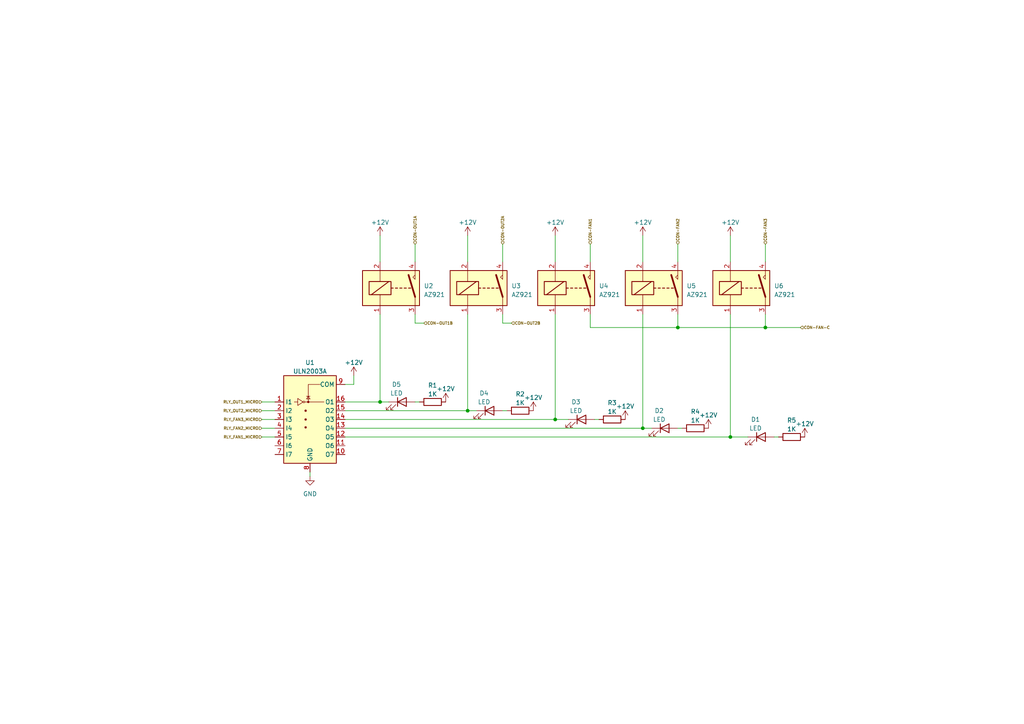
<source format=kicad_sch>
(kicad_sch (version 20230121) (generator eeschema)
  (paper "A4")
  (lib_symbols
    (symbol "Device:LED" (pin_numbers hide) (pin_names (offset 1.016) hide)
      (property "Reference" "D" (at 0 2.54 0))
      (property "Value" "LED" (at 0 -2.54 0))
      (symbol "LED_0_1"
        (polyline (pts (xy -1.27 -1.27) (xy -1.27 1.27)) (stroke (width 0.254)))
        (polyline (pts (xy -1.27 0) (xy 1.27 0)))
        (polyline (pts (xy 1.27 -1.27) (xy 1.27 1.27) (xy -1.27 0) (xy 1.27 -1.27)) (stroke (width 0.254)))
        (polyline (pts (xy -3.048 -0.762) (xy -4.572 -2.286) (xy -3.81 -2.286) (xy -4.572 -2.286) (xy -4.572 -1.524)))
        (polyline (pts (xy -1.778 -0.762) (xy -3.302 -2.286) (xy -2.54 -2.286) (xy -3.302 -2.286) (xy -3.302 -1.524)))
      )
      (symbol "LED_1_1"
        (pin passive line (at -3.81 0 0) (length 2.54) (name "K") (number "1"))
        (pin passive line (at 3.81 0 180) (length 2.54) (name "A") (number "2"))
      )
    )
    (symbol "Device:R" (pin_numbers hide) (pin_names (offset 0))
      (property "Reference" "R" (at 2.032 0 90))
      (property "Value" "R" (at 0 0 90))
      (symbol "R_0_1"
        (rectangle (start -1.016 -2.54) (end 1.016 2.54) (stroke (width 0.254)))
      )
      (symbol "R_1_1"
        (pin passive line (at 0 3.81 270) (length 1.27) (name "~") (number "1"))
        (pin passive line (at 0 -3.81 90) (length 1.27) (name "~") (number "2"))
      )
    )
    (symbol "Transistor_Array:ULN2003A"
      (property "Reference" "U" (at 0 15.875 0))
      (property "Value" "ULN2003A" (at 0 13.97 0))
      (symbol "ULN2003A_0_1"
        (rectangle (start -7.62 -12.7) (end 7.62 12.7) (stroke (width 0.254)) (fill (type background)))
        (circle (center -1.778 5.08) (radius 0.254))
        (circle (center -1.27 -2.286) (radius 0.254) (fill (type outline)))
        (circle (center -1.27 0) (radius 0.254) (fill (type outline)))
        (circle (center -1.27 2.54) (radius 0.254) (fill (type outline)))
        (circle (center -0.508 5.08) (radius 0.254) (fill (type outline)))
        (polyline (pts (xy -4.572 5.08) (xy -3.556 5.08)))
        (polyline (pts (xy -1.524 5.08) (xy 4.064 5.08)))
        (polyline (pts (xy 0 6.731) (xy -1.016 6.731)))
        (polyline (pts (xy -0.508 5.08) (xy -0.508 10.16) (xy 2.921 10.16)))
        (polyline (pts (xy -3.556 6.096) (xy -3.556 4.064) (xy -2.032 5.08) (xy -3.556 6.096)))
        (polyline (pts (xy 0 5.969) (xy -1.016 5.969) (xy -0.508 6.731) (xy 0 5.969)))
      )
      (symbol "ULN2003A_1_1"
        (pin input line (at -10.16 5.08 0) (length 2.54) (name "I1") (number "1"))
        (pin open_collector line (at 10.16 -10.16 180) (length 2.54) (name "O7") (number "10"))
        (pin open_collector line (at 10.16 -7.62 180) (length 2.54) (name "O6") (number "11"))
        (pin open_collector line (at 10.16 -5.08 180) (length 2.54) (name "O5") (number "12"))
        (pin open_collector line (at 10.16 -2.54 180) (length 2.54) (name "O4") (number "13"))
        (pin open_collector line (at 10.16 0 180) (length 2.54) (name "O3") (number "14"))
        (pin open_collector line (at 10.16 2.54 180) (length 2.54) (name "O2") (number "15"))
        (pin open_collector line (at 10.16 5.08 180) (length 2.54) (name "O1") (number "16"))
        (pin input line (at -10.16 2.54 0) (length 2.54) (name "I2") (number "2"))
        (pin input line (at -10.16 0 0) (length 2.54) (name "I3") (number "3"))
        (pin input line (at -10.16 -2.54 0) (length 2.54) (name "I4") (number "4"))
        (pin input line (at -10.16 -5.08 0) (length 2.54) (name "I5") (number "5"))
        (pin input line (at -10.16 -7.62 0) (length 2.54) (name "I6") (number "6"))
        (pin input line (at -10.16 -10.16 0) (length 2.54) (name "I7") (number "7"))
        (pin power_in line (at 0 -15.24 90) (length 2.54) (name "GND") (number "8"))
        (pin passive line (at 10.16 10.16 180) (length 2.54) (name "COM") (number "9"))
      )
    )
    (symbol "nuevos simvolos:AZ921"
      (property "Reference" "U" (at -12.7 1.27 0))
      (property "Value" "AZ921" (at -12.7 -1.27 0))
      (symbol "AZ921_0_0"
        (polyline (pts (xy 6.35 5.08) (xy 6.35 2.54) (xy 5.715 3.175) (xy 6.35 3.81)))
      )
      (symbol "AZ921_0_1"
        (rectangle (start -8.89 5.08) (end 7.62 -5.08) (stroke (width 0.254)) (fill (type background)))
        (rectangle (start -6.985 1.905) (end -0.635 -1.905) (stroke (width 0.254)))
        (polyline (pts (xy -6.35 -1.905) (xy -1.27 1.905)) (stroke (width 0.254)))
        (polyline (pts (xy -3.81 -5.08) (xy -3.81 -1.905)))
        (polyline (pts (xy -3.81 5.08) (xy -3.81 1.905)))
        (polyline (pts (xy -0.635 0) (xy 0 0)) (stroke (width 0.254)))
        (polyline (pts (xy 0.635 0) (xy 1.27 0)) (stroke (width 0.254)))
        (polyline (pts (xy 1.905 0) (xy 2.54 0)) (stroke (width 0.254)))
        (polyline (pts (xy 3.175 0) (xy 3.81 0)) (stroke (width 0.254)))
        (polyline (pts (xy 4.445 0) (xy 5.08 0)) (stroke (width 0.254)))
        (polyline (pts (xy 6.35 -2.54) (xy 4.445 3.81)) (stroke (width 0.508)))
        (polyline (pts (xy 6.35 -2.54) (xy 6.35 -5.08)))
      )
      (symbol "AZ921_1_1"
        (pin passive line (at -3.81 -7.62 90) (length 2.54) (name "~") (number "1"))
        (pin passive line (at -3.81 7.62 270) (length 2.54) (name "~") (number "2"))
        (pin passive line (at 6.35 -7.62 90) (length 2.54) (name "~") (number "3"))
        (pin passive line (at 6.35 7.62 270) (length 2.54) (name "~") (number "4"))
      )
    )
    (symbol "power:+12V" (power) (pin_names (offset 0))
      (property "Value" "+12V" (at 0 3.556 0))
      (symbol "+12V_0_1"
        (polyline (pts (xy -0.762 1.27) (xy 0 2.54)))
        (polyline (pts (xy 0 0) (xy 0 2.54)))
        (polyline (pts (xy 0 2.54) (xy 0.762 1.27)))
      )
      (symbol "+12V_1_1"
        (pin power_in line (at 0 0 90) (length 0) hide (name "+12V") (number "1"))
      )
    )
    (symbol "power:GND" (power) (pin_names (offset 0))
      (property "Value" "GND" (at 0 -3.81 0))
      (symbol "GND_0_1"
        (polyline (pts (xy 0 0) (xy 0 -1.27) (xy 1.27 -1.27) (xy 0 -2.54) (xy -1.27 -1.27) (xy 0 -1.27)))
      )
      (symbol "GND_1_1"
        (pin power_in line (at 0 0 270) (length 0) hide (name "GND") (number "1"))
      )
    )
  )
  (junction (at 161.036 121.666))
  (junction (at 135.636 119.126))
  (junction (at 221.996 94.996))
  (junction (at 196.596 94.996))
  (junction (at 211.836 126.746))
  (junction (at 110.236 116.586))
  (junction (at 186.436 124.206))
  (wire (pts (xy 186.436 124.206) (xy 188.976 124.206)))
  (wire (pts (xy 100.076 124.206) (xy 186.436 124.206)))
  (wire (pts (xy 102.616 111.506) (xy 100.076 111.506)))
  (wire (pts (xy 171.196 94.996) (xy 196.596 94.996)))
  (wire (pts (xy 221.996 91.186) (xy 221.996 94.996)))
  (wire (pts (xy 120.396 70.866) (xy 120.396 75.946)))
  (wire (pts (xy 110.236 116.586) (xy 112.776 116.586)))
  (wire (pts (xy 171.196 91.186) (xy 171.196 94.996)))
  (wire (pts (xy 100.076 121.666) (xy 161.036 121.666)))
  (wire (pts (xy 75.946 126.746) (xy 79.756 126.746)))
  (wire (pts (xy 196.596 70.866) (xy 196.596 75.946)))
  (wire (pts (xy 89.916 138.176) (xy 89.916 136.906)))
  (wire (pts (xy 75.946 119.126) (xy 79.756 119.126)))
  (wire (pts (xy 102.616 108.966) (xy 102.616 111.506)))
  (wire (pts (xy 196.596 94.996) (xy 221.996 94.996)))
  (wire (pts (xy 110.236 68.326) (xy 110.236 75.946)))
  (wire (pts (xy 196.596 91.186) (xy 196.596 94.996)))
  (wire (pts (xy 145.796 93.726) (xy 148.336 93.726)))
  (wire (pts (xy 75.946 121.666) (xy 79.756 121.666)))
  (wire (pts (xy 186.436 91.186) (xy 186.436 124.206)))
  (wire (pts (xy 100.076 119.126) (xy 135.636 119.126)))
  (wire (pts (xy 75.946 116.586) (xy 79.756 116.586)))
  (wire (pts (xy 197.866 124.206) (xy 196.596 124.206)))
  (wire (pts (xy 120.396 93.726) (xy 122.936 93.726)))
  (wire (pts (xy 135.636 68.326) (xy 135.636 75.946)))
  (wire (pts (xy 145.796 70.866) (xy 145.796 75.946)))
  (wire (pts (xy 147.066 119.126) (xy 145.796 119.126)))
  (wire (pts (xy 110.236 91.186) (xy 110.236 116.586)))
  (wire (pts (xy 211.836 68.326) (xy 211.836 75.946)))
  (wire (pts (xy 211.836 126.746) (xy 216.916 126.746)))
  (wire (pts (xy 221.996 94.996) (xy 232.156 94.996)))
  (wire (pts (xy 100.076 126.746) (xy 211.836 126.746)))
  (wire (pts (xy 121.666 116.586) (xy 120.396 116.586)))
  (wire (pts (xy 161.036 121.666) (xy 164.846 121.666)))
  (wire (pts (xy 221.996 70.866) (xy 221.996 75.946)))
  (wire (pts (xy 225.806 126.746) (xy 224.536 126.746)))
  (wire (pts (xy 120.396 91.186) (xy 120.396 93.726)))
  (wire (pts (xy 135.636 91.186) (xy 135.636 119.126)))
  (wire (pts (xy 145.796 91.186) (xy 145.796 93.726)))
  (wire (pts (xy 100.076 116.586) (xy 110.236 116.586)))
  (wire (pts (xy 211.836 91.186) (xy 211.836 126.746)))
  (wire (pts (xy 161.036 91.186) (xy 161.036 121.666)))
  (wire (pts (xy 171.196 70.866) (xy 171.196 75.946)))
  (wire (pts (xy 75.946 124.206) (xy 79.756 124.206)))
  (wire (pts (xy 186.436 68.326) (xy 186.436 75.946)))
  (wire (pts (xy 173.736 121.666) (xy 172.466 121.666)))
  (wire (pts (xy 161.036 68.326) (xy 161.036 75.946)))
  (wire (pts (xy 135.636 119.126) (xy 138.176 119.126)))
  (hierarchical_label "CON-OUT1A" (shape input) (at 120.396 70.866 90) (effects (font (size 0.8 0.8))))
  (hierarchical_label "CON-FAN2" (shape input) (at 196.596 70.866 90) (effects (font (size 0.8 0.8))))
  (hierarchical_label "CON-FAN1" (shape input) (at 171.196 70.866 90) (effects (font (size 0.8 0.8))))
  (hierarchical_label "RLY_FAN1_MICRO" (shape input) (at 75.946 126.746 180) (effects (font (size 0.8 0.8))))
  (hierarchical_label "CON-OUT1B" (shape input) (at 122.936 93.726 0) (effects (font (size 0.8 0.8))))
  (hierarchical_label "CON-OUT2A" (shape input) (at 145.796 70.866 90) (effects (font (size 0.8 0.8))))
  (hierarchical_label "RLY_OUT2_MICRO" (shape input) (at 75.946 119.126 180) (effects (font (size 0.8 0.8))))
  (hierarchical_label "CON-FAN3" (shape input) (at 221.996 70.866 90) (effects (font (size 0.8 0.8))))
  (hierarchical_label "CON-OUT2B" (shape input) (at 148.336 93.726 0) (effects (font (size 0.8 0.8))))
  (hierarchical_label "RLY_FAN2_MICRO" (shape input) (at 75.946 124.206 180) (effects (font (size 0.8 0.8))))
  (hierarchical_label "RLY_OUT1_MICRO" (shape input) (at 75.946 116.586 180) (effects (font (size 0.8 0.8))))
  (hierarchical_label "CON-FAN-C" (shape input) (at 232.156 94.996 0) (effects (font (size 0.8 0.8))))
  (hierarchical_label "RLY_FAN3_MICRO" (shape input) (at 75.946 121.666 180) (effects (font (size 0.8 0.8))))
  (symbol (lib_id "nuevos simvolos:AZ921") (at 164.846 83.566 0) (unit 1)
    (property "Reference" "U4" (at 173.736 82.931 0) (effects (justify left)))
    (property "Value" "AZ921" (at 173.736 85.471 0) (effects (justify left)))
  )
  (symbol (lib_id "power:+12V") (at 181.356 121.666 0) (unit 1)
    (property "Reference" "#PWR04" (effects hide))
    (property "Value" "+12V" (at 181.356 117.856 0))
  )
  (symbol (lib_id "Device:R") (at 150.876 119.126 90) (unit 1)
    (property "Reference" "R2" (at 150.876 114.3 90))
    (property "Value" "1K" (at 150.876 116.84 90))
    (property "Footprint" "Resistor_SMD:R_0805_2012Metric" (effects hide))
  )
  (symbol (lib_id "Device:R") (at 125.476 116.586 90) (unit 1)
    (property "Reference" "R1" (at 125.476 111.76 90))
    (property "Value" "1K" (at 125.476 114.3 90))
    (property "Footprint" "Resistor_SMD:R_0805_2012Metric" (effects hide))
  )
  (symbol (lib_id "Device:LED") (at 220.726 126.746 0) (unit 1)
    (property "Reference" "D1" (at 219.1385 121.666 0))
    (property "Value" "LED" (at 219.1385 124.206 0))
    (property "Footprint" "LED_SMD:LED_0805_2012Metric" (effects hide))
  )
  (symbol (lib_id "Transistor_Array:ULN2003A") (at 89.916 121.666 0) (unit 1)
    (property "Reference" "U1" (at 89.916 105.156 0))
    (property "Value" "ULN2003A" (at 89.916 107.696 0))
    (property "Footprint" "Package_SO:SO-16_3.9x9.9mm_P1.27mm" (effects hide))
    (property "Datasheet" "http://www.ti.com/lit/ds/symlink/uln2003a.pdf" (effects hide))
  )
  (symbol (lib_id "Device:LED") (at 141.986 119.126 0) (unit 1)
    (property "Reference" "D4" (at 140.3985 114.046 0))
    (property "Value" "LED" (at 140.3985 116.586 0))
    (property "Footprint" "LED_SMD:LED_0805_2012Metric" (effects hide))
  )
  (symbol (lib_id "nuevos simvolos:AZ921") (at 114.046 83.566 0) (unit 1)
    (property "Reference" "U2" (at 122.936 82.931 0) (effects (justify left)))
    (property "Value" "AZ921" (at 122.936 85.471 0) (effects (justify left)))
  )
  (symbol (lib_id "power:+12V") (at 233.426 126.746 0) (unit 1)
    (property "Reference" "#PWR06" (effects hide))
    (property "Value" "+12V" (at 233.426 122.936 0))
  )
  (symbol (lib_id "nuevos simvolos:AZ921") (at 139.446 83.566 0) (unit 1)
    (property "Reference" "U3" (at 148.336 82.931 0) (effects (justify left)))
    (property "Value" "AZ921" (at 148.336 85.471 0) (effects (justify left)))
  )
  (symbol (lib_id "nuevos simvolos:AZ921") (at 215.646 83.566 0) (unit 1)
    (property "Reference" "U6" (at 224.536 82.931 0) (effects (justify left)))
    (property "Value" "AZ921" (at 224.536 85.471 0) (effects (justify left)))
  )
  (symbol (lib_id "Device:LED") (at 192.786 124.206 0) (unit 1)
    (property "Reference" "D2" (at 191.1985 119.126 0))
    (property "Value" "LED" (at 191.1985 121.666 0))
    (property "Footprint" "LED_SMD:LED_0805_2012Metric" (effects hide))
  )
  (symbol (lib_id "power:+12V") (at 205.486 124.206 0) (unit 1)
    (property "Reference" "#PWR05" (effects hide))
    (property "Value" "+12V" (at 205.486 120.396 0))
  )
  (symbol (lib_id "power:+12V") (at 135.636 68.326 0) (unit 1)
    (property "Reference" "#PWR07" (effects hide))
    (property "Value" "+12V" (at 135.636 64.516 0))
  )
  (symbol (lib_id "power:+12V") (at 186.436 68.326 0) (unit 1)
    (property "Reference" "#PWR09" (effects hide))
    (property "Value" "+12V" (at 186.436 64.516 0))
  )
  (symbol (lib_id "power:+12V") (at 110.236 68.326 0) (unit 1)
    (property "Reference" "#PWR01" (effects hide))
    (property "Value" "+12V" (at 110.236 64.516 0))
  )
  (symbol (lib_id "power:+12V") (at 129.286 116.586 0) (unit 1)
    (property "Reference" "#PWR02" (effects hide))
    (property "Value" "+12V" (at 129.286 112.776 0))
  )
  (symbol (lib_id "Device:R") (at 229.616 126.746 90) (unit 1)
    (property "Reference" "R5" (at 229.616 121.92 90))
    (property "Value" "1K" (at 229.616 124.46 90))
    (property "Footprint" "Resistor_SMD:R_0805_2012Metric" (effects hide))
  )
  (symbol (lib_id "nuevos simvolos:AZ921") (at 190.246 83.566 0) (unit 1)
    (property "Reference" "U5" (at 199.136 82.931 0) (effects (justify left)))
    (property "Value" "AZ921" (at 199.136 85.471 0) (effects (justify left)))
  )
  (symbol (lib_id "Device:LED") (at 116.586 116.586 0) (unit 1)
    (property "Reference" "D5" (at 114.9985 111.506 0))
    (property "Value" "LED" (at 114.9985 114.046 0))
    (property "Footprint" "LED_SMD:LED_0805_2012Metric" (effects hide))
  )
  (symbol (lib_id "Device:R") (at 201.676 124.206 90) (unit 1)
    (property "Reference" "R4" (at 201.676 119.38 90))
    (property "Value" "1K" (at 201.676 121.92 90))
    (property "Footprint" "Resistor_SMD:R_0805_2012Metric" (effects hide))
  )
  (symbol (lib_id "Device:R") (at 177.546 121.666 90) (unit 1)
    (property "Reference" "R3" (at 177.546 116.84 90))
    (property "Value" "1K" (at 177.546 119.38 90))
    (property "Footprint" "Resistor_SMD:R_0805_2012Metric" (effects hide))
  )
  (symbol (lib_id "power:GND") (at 89.916 138.176 0) (unit 1)
    (property "Reference" "#PWR011" (effects hide))
    (property "Value" "GND" (at 89.916 143.256 0))
  )
  (symbol (lib_id "power:+12V") (at 154.686 119.126 0) (unit 1)
    (property "Reference" "#PWR03" (effects hide))
    (property "Value" "+12V" (at 154.686 115.316 0))
  )
  (symbol (lib_id "Device:LED") (at 168.656 121.666 0) (unit 1)
    (property "Reference" "D3" (at 167.0685 116.586 0))
    (property "Value" "LED" (at 167.0685 119.126 0))
    (property "Footprint" "LED_SMD:LED_0805_2012Metric" (effects hide))
  )
  (symbol (lib_id "power:+12V") (at 211.836 68.326 0) (unit 1)
    (property "Reference" "#PWR010" (effects hide))
    (property "Value" "+12V" (at 211.836 64.516 0))
  )
  (symbol (lib_id "power:+12V") (at 161.036 68.326 0) (unit 1)
    (property "Reference" "#PWR08" (effects hide))
    (property "Value" "+12V" (at 161.036 64.516 0))
  )
  (symbol (lib_id "power:+12V") (at 102.616 108.966 0) (unit 1)
    (property "Reference" "#PWR012" (effects hide))
    (property "Value" "+12V" (at 102.616 105.156 0))
  )
)
</source>
